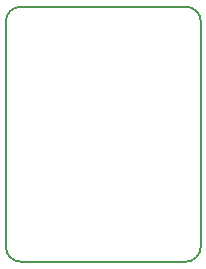
<source format=gm1>
G04 #@! TF.GenerationSoftware,KiCad,Pcbnew,(5.0-dev-4158-ga83669ab1)*
G04 #@! TF.CreationDate,2018-03-07T22:38:41+01:00*
G04 #@! TF.ProjectId,bbq10breakout,6262713130627265616B6F75742E6B69,rev?*
G04 #@! TF.SameCoordinates,Original*
G04 #@! TF.FileFunction,Profile,NP*
%FSLAX46Y46*%
G04 Gerber Fmt 4.6, Leading zero omitted, Abs format (unit mm)*
G04 Created by KiCad (PCBNEW (5.0-dev-4158-ga83669ab1)) date 03/07/18 22:38:41*
%MOMM*%
%LPD*%
G01*
G04 APERTURE LIST*
%ADD10C,0.150000*%
G04 APERTURE END LIST*
D10*
X167005000Y-52705000D02*
G75*
G02X165735000Y-51435000I0J1270000D01*
G01*
X182245000Y-51435000D02*
G75*
G02X180975000Y-52705000I-1270000J0D01*
G01*
X180975000Y-31115000D02*
G75*
G02X182245000Y-32385000I0J-1270000D01*
G01*
X165735000Y-32385000D02*
G75*
G02X167005000Y-31115000I1270000J0D01*
G01*
X165735000Y-51435000D02*
X165735000Y-32385000D01*
X180975000Y-52705000D02*
X167005000Y-52705000D01*
X182245000Y-32385000D02*
X182245000Y-51435000D01*
X167005000Y-31115000D02*
X180975000Y-31115000D01*
M02*

</source>
